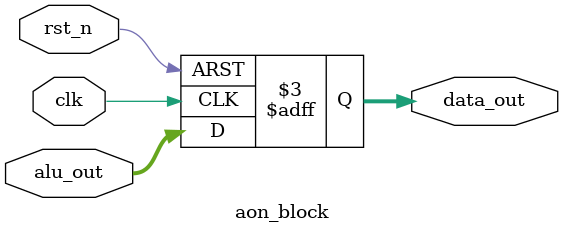
<source format=v>
`timescale 1ns/1ps
module aon_block (
    input         clk,
    input         rst_n,
    input  [15:0] alu_out,      // Comes from PD_ALU
    output reg [15:0] data_out  // Stored in PD_AON
);

    always @(posedge clk or negedge rst_n) begin
        if (!rst_n)
            data_out <= 16'd0;
        else
            data_out <= alu_out; // Domain crossing occurs HERE
    end

endmodule

</source>
